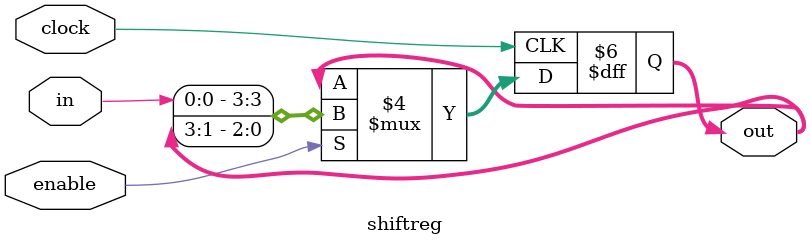
<source format=v>
module shiftreg(enable, in, clock, out);
    parameter n = 4;
    input enable, in, clock;
    output reg [n - 1: 0] out;

    initial
        out = 4'd10;

        always @ (posedge clock)
            begin
                if (enable) out = {in, out[n - 1: 1]};
            end
endmodule


    
</source>
